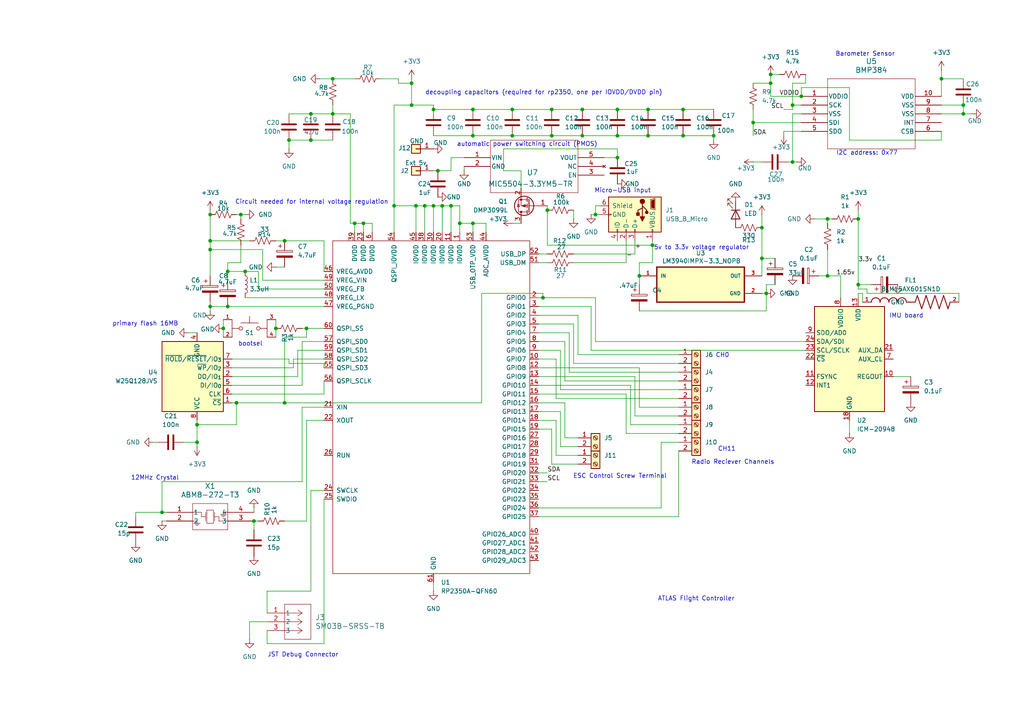
<source format=kicad_sch>
(kicad_sch (version 20250114) (generator "eeschema") (generator_version "9.0")
  (paper "A4")
  (lib_symbols
    (symbol "2026-01-15_19-57-48:ABM8-272-T3" (pin_names (offset 0.254))
      (property "Reference" "X" (at 12.7 7.62 0))
      (property "Value" "ABM8-272-T3" (at 12.7 5.08 0))
      (symbol "ABM8-272-T3_0_1"
        (pin unspecified line (at 0 0 0) (length 7.62) (name "1") (number "1"))
        (pin unspecified line (at 0 -2.54 0) (length 7.62) (name "2") (number "2"))
        (pin unspecified line (at 25.4 0 180) (length 7.62) (name "4") (number "4"))
        (pin unspecified line (at 25.4 -2.54 180) (length 7.62) (name "3") (number "3"))
      )
    )
    (symbol "2026-01-15_20-24-45:SM03B-SRSS-TB" (pin_names (offset 0.254))
      (property "Reference" "J" (at 8.89 6.35 0))
      (property "Value" "SM03B-SRSS-TB" (at 0 0 0))
      (symbol "SM03B-SRSS-TB_1_1"
        (pin unspecified line (at 0 0 0) (length 5.08) (name "1") (number "1"))
        (pin unspecified line (at 0 -2.54 0) (length 5.08) (name "2") (number "2"))
        (pin unspecified line (at 0 -5.08 0) (length 5.08) (name "3") (number "3"))
      )
      (symbol "SM03B-SRSS-TB_1_2"
        (pin unspecified line (at 0 0 0) (length 5.08) (name "1") (number "1"))
        (pin unspecified line (at 0 -2.54 0) (length 5.08) (name "2") (number "2"))
        (pin unspecified line (at 0 -5.08 0) (length 5.08) (name "3") (number "3"))
      )
    )
    (symbol "2026-01-21_20-29-49:MIC5504-3.3YM5-TR" (pin_names (offset 0.254))
      (property "Reference" "U" (at 20.32 10.16 0))
      (property "Value" "MIC5504-3.3YM5-TR" (at 20.32 7.62 0))
      (symbol "MIC5504-3.3YM5-TR_0_1"
        (pin input line (at 0 0 0) (length 7.62) (name "VIN") (number "1"))
        (pin power_in line (at 0 -2.54 0) (length 7.62) (name "GND") (number "2"))
        (pin output line (at 40.64 0 180) (length 7.62) (name "VOUT") (number "5"))
        (pin no_connect line (at 40.64 -2.54 180) (length 7.62) (name "NC") (number "4"))
        (pin input line (at 40.64 -5.08 180) (length 7.62) (name "EN") (number "3"))
      )
    )
    (symbol "2026-01-23_15-50-37:BMP384" (pin_names (offset 0.254))
      (property "Reference" "U" (at 20.32 10.16 0))
      (property "Value" "BMP384" (at 20.32 7.62 0))
      (symbol "BMP384_0_1"
        (pin power_in line (at 0 0 0) (length 7.62) (name "VDDIO") (number "1"))
        (pin input line (at 0 -2.54 0) (length 7.62) (name "SCK") (number "2"))
        (pin power_out line (at 0 -5.08 0) (length 7.62) (name "VSS") (number "3"))
        (pin bidirectional line (at 0 -7.62 0) (length 7.62) (name "SDI") (number "4"))
        (pin bidirectional line (at 0 -10.16 0) (length 7.62) (name "SDO") (number "5"))
        (pin power_in line (at 40.64 0 180) (length 7.62) (name "VDD") (number "10"))
        (pin power_out line (at 40.64 -2.54 180) (length 7.62) (name "VSS") (number "9"))
        (pin power_out line (at 40.64 -5.08 180) (length 7.62) (name "VSS") (number "8"))
        (pin output line (at 40.64 -7.62 180) (length 7.62) (name "INT") (number "7"))
        (pin input line (at 40.64 -10.16 180) (length 7.62) (name "CSB") (number "6"))
      )
    )
    (symbol "BLM15AX601SN1D:BLM15AX601SN1D" (pin_names (offset 1.016))
      (property "Reference" "FL" (at -12.7044 5.0815 0))
      (property "Value" "BLM15AX601SN1D" (at -12.71 -5.0866 0))
      (symbol "BLM15AX601SN1D_0_0"
        (pin passive line (at -15.24 0 0) (length 2.54) (name "~") (number "1"))
        (pin passive line (at 12.7 0 180) (length 2.54) (name "~") (number "2"))
      )
    )
    (symbol "Connector:Screw_Terminal_01x02" (pin_names (offset 1.016) (hide yes))
      (property "Reference" "J" (at 0 2.54 0))
      (property "Value" "Screw_Terminal_01x02" (at 0 -5.08 0))
      (symbol "Screw_Terminal_01x02_1_1"
        (pin passive line (at -5.08 0 0) (length 3.81) (name "Pin_1") (number "1"))
        (pin passive line (at -5.08 -2.54 0) (length 3.81) (name "Pin_2") (number "2"))
      )
    )
    (symbol "Connector:USB_B_Micro" (pin_names (offset 1.016))
      (property "Reference" "J" (at -5.08 11.43 0))
      (property "Value" "USB_B_Micro" (at -5.08 8.89 0))
      (symbol "USB_B_Micro_1_1"
        (pin passive line (at -2.54 -10.16 90) (length 2.54) (name "Shield") (number "6"))
        (pin power_out line (at 0 -10.16 90) (length 2.54) (name "GND") (number "5"))
        (pin power_out line (at 7.62 5.08 180) (length 2.54) (name "VBUS") (number "1"))
        (pin bidirectional line (at 7.62 0 180) (length 2.54) (name "D+") (number "3"))
        (pin bidirectional line (at 7.62 -2.54 180) (length 2.54) (name "D-") (number "2"))
        (pin passive line (at 7.62 -5.08 180) (length 2.54) (name "ID") (number "4"))
      )
    )
    (symbol "Connector_Generic:Conn_01x01" (pin_names (offset 1.016) (hide yes))
      (property "Reference" "J" (at 0 2.54 0))
      (property "Value" "Conn_01x01" (at 0 -2.54 0))
      (symbol "Conn_01x01_1_1"
        (pin passive line (at -5.08 0 0) (length 3.81) (name "Pin_1") (number "1"))
      )
    )
    (symbol "Device:C" (pin_numbers (hide yes)) (pin_names (offset 0.254))
      (property "Reference" "C" (at 0.635 2.54 0))
      (property "Value" "C" (at 0.635 -2.54 0))
      (symbol "C_1_1"
        (pin passive line (at 0 3.81 270) (length 2.794) (name "~") (number "1"))
        (pin passive line (at 0 -3.81 90) (length 2.794) (name "~") (number "2"))
      )
    )
    (symbol "Device:C_Polarized" (pin_numbers (hide yes)) (pin_names (offset 0.254))
      (property "Reference" "C" (at 0.635 2.54 0))
      (property "Value" "C_Polarized" (at 0.635 -2.54 0))
      (symbol "C_Polarized_1_1"
        (pin passive line (at 0 3.81 270) (length 2.794) (name "~") (number "1"))
        (pin passive line (at 0 -3.81 90) (length 2.794) (name "~") (number "2"))
      )
    )
    (symbol "Device:L" (pin_numbers (hide yes)) (pin_names (offset 1.016) (hide yes))
      (property "Reference" "L" (at -1.27 0 90))
      (property "Value" "L" (at 1.905 0 90))
      (symbol "L_1_1"
        (pin passive line (at 0 3.81 270) (length 1.27) (name "1") (number "1"))
        (pin passive line (at 0 -3.81 90) (length 1.27) (name "2") (number "2"))
      )
    )
    (symbol "Device:LED" (pin_numbers (hide yes)) (pin_names (offset 1.016) (hide yes))
      (property "Reference" "D" (at 0 2.54 0))
      (property "Value" "LED" (at 0 -2.54 0))
      (symbol "LED_1_1"
        (pin passive line (at -3.81 0 0) (length 2.54) (name "K") (number "1"))
        (pin passive line (at 3.81 0 180) (length 2.54) (name "A") (number "2"))
      )
    )
    (symbol "Device:R_US" (pin_numbers (hide yes)) (pin_names (offset 0))
      (property "Reference" "R" (at 2.54 0 90))
      (property "Value" "R_US" (at -2.54 0 90))
      (symbol "R_US_1_1"
        (pin passive line (at 0 3.81 270) (length 1.27) (name "~") (number "1"))
        (pin passive line (at 0 -3.81 90) (length 1.27) (name "~") (number "2"))
      )
    )
    (symbol "LM3940IMPX-3.3_NOPB:LM3940IMPX-3.3_NOPB" (pin_names (offset 1.016))
      (property "Reference" "U" (at -12.7 6.08 0))
      (property "Value" "LM3940IMPX-3.3_NOPB" (at -12.7 -9.08 0))
      (symbol "LM3940IMPX-3.3_NOPB_0_0"
        (pin input line (at -17.78 2.54 0) (length 5.08) (name "IN") (number "1"))
        (pin output line (at 17.78 2.54 180) (length 5.08) (name "OUT") (number "3"))
        (pin power_in line (at 17.78 -2.54 180) (length 5.08) (name "GND") (number "2"))
        (pin power_in line (at 17.78 -2.54 180) (length 5.08) (hide yes) (name "GND") (number "4"))
      )
    )
    (symbol "Memory_Flash:W25Q128JVS"
      (property "Reference" "U" (at -6.35 11.43 0))
      (property "Value" "W25Q128JVS" (at 7.62 11.43 0))
      (symbol "W25Q128JVS_1_1"
        (pin input line (at -10.16 7.62 0) (length 2.54) (name "~{CS}") (number "1"))
        (pin input line (at -10.16 5.08 0) (length 2.54) (name "CLK") (number "6"))
        (pin bidirectional line (at -10.16 2.54 0) (length 2.54) (name "DI/IO_{0}") (number "5"))
        (pin bidirectional line (at -10.16 0 0) (length 2.54) (name "DO/IO_{1}") (number "2"))
        (pin bidirectional line (at -10.16 -2.54 0) (length 2.54) (name "~{WP}/IO_{2}") (number "3"))
        (pin bidirectional line (at -10.16 -5.08 0) (length 2.54) (name "~{HOLD}/~{RESET}/IO_{3}") (number "7"))
        (pin power_in line (at 0 12.7 270) (length 2.54) (name "VCC") (number "8"))
        (pin power_in line (at 0 -12.7 90) (length 2.54) (name "GND") (number "4"))
      )
    )
    (symbol "Sensor_Motion:ICM-20948"
      (property "Reference" "U" (at -11.43 16.51 0))
      (property "Value" "ICM-20948" (at 7.62 -16.51 0))
      (symbol "ICM-20948_1_1"
        (pin bidirectional line (at -12.7 7.62 0) (length 2.54) (name "SDO/AD0") (number "9"))
        (pin bidirectional line (at -12.7 5.08 0) (length 2.54) (name "SDA/SDI") (number "24"))
        (pin input line (at -12.7 2.54 0) (length 2.54) (name "SCL/SCLK") (number "23"))
        (pin input line (at -12.7 0 0) (length 2.54) (name "~{CS}") (number "22"))
        (pin input line (at -12.7 -5.08 0) (length 2.54) (name "FSYNC") (number "11"))
        (pin output line (at -12.7 -7.62 0) (length 2.54) (name "INT1") (number "12"))
        (pin no_connect line (at -10.16 12.7 0) (length 2.54) (hide yes) (name "NC") (number "1"))
        (pin no_connect line (at -10.16 10.16 0) (length 2.54) (hide yes) (name "NC") (number "2"))
        (pin no_connect line (at -10.16 -2.54 0) (length 2.54) (hide yes) (name "NC") (number "3"))
        (pin no_connect line (at -10.16 -10.16 0) (length 2.54) (hide yes) (name "NC") (number "4"))
        (pin no_connect line (at -10.16 -12.7 0) (length 2.54) (hide yes) (name "NC") (number "5"))
        (pin power_in line (at -2.54 17.78 270) (length 2.54) (name "VDDIO") (number "8"))
        (pin power_in line (at 0 -17.78 90) (length 2.54) (name "GND") (number "18"))
        (pin passive line (at 0 -17.78 90) (length 2.54) (hide yes) (name "GND") (number "20"))
        (pin power_in line (at 2.54 17.78 270) (length 2.54) (name "VDD") (number "13"))
        (pin no_connect line (at 10.16 10.16 180) (length 2.54) (hide yes) (name "NC") (number "6"))
        (pin no_connect line (at 10.16 7.62 180) (length 2.54) (hide yes) (name "NC") (number "14"))
        (pin no_connect line (at 10.16 5.08 180) (length 2.54) (hide yes) (name "NC") (number "15"))
        (pin no_connect line (at 10.16 -7.62 180) (length 2.54) (hide yes) (name "NC") (number "16"))
        (pin no_connect line (at 10.16 -10.16 180) (length 2.54) (hide yes) (name "NC") (number "17"))
        (pin no_connect line (at 10.16 -12.7 180) (length 2.54) (hide yes) (name "RESV") (number "19"))
        (pin bidirectional line (at 12.7 2.54 180) (length 2.54) (name "AUX_DA") (number "21"))
        (pin output line (at 12.7 0 180) (length 2.54) (name "AUX_CL") (number "7"))
        (pin passive line (at 12.7 -5.08 180) (length 2.54) (name "REGOUT") (number "10"))
      )
    )
    (symbol "TL3365AF180QG:TL3365AF180QG" (pin_names (offset 1.016))
      (property "Reference" "S" (at -5.08 5.08 0))
      (property "Value" "TL3365AF180QG" (at -5.08 -5.08 0))
      (symbol "TL3365AF180QG_0_0"
        (pin passive line (at -7.62 2.54 0) (length 2.54) (name "~") (number "1"))
        (pin passive line (at -7.62 -2.54 0) (length 2.54) (name "~") (number "2"))
        (pin passive line (at 7.62 2.54 180) (length 2.54) (name "~") (number "3"))
        (pin passive line (at 7.62 -2.54 180) (length 2.54) (name "~") (number "4"))
      )
    )
    (symbol "Transistor_FET:DMP3099L" (pin_names (offset 0) (hide yes))
      (property "Reference" "Q" (at 5.08 1.905 0))
      (property "Value" "DMP3099L" (at 5.08 0 0))
      (symbol "DMP3099L_1_1"
        (pin input line (at -5.08 0 0) (length 2.54) (name "G") (number "1"))
        (pin passive line (at 2.54 5.08 270) (length 2.54) (name "D") (number "3"))
        (pin passive line (at 2.54 -5.08 90) (length 2.54) (name "S") (number "2"))
      )
    )
    (symbol "power:+3V3" (power) (pin_numbers (hide yes)) (pin_names (offset 0) (hide yes))
      (property "Value" "+3V3" (at 0 3.556 0))
      (symbol "+3V3_1_1"
        (pin power_in line (at 0 0 90) (length 0) (name "~") (number "1"))
      )
    )
    (symbol "power:GND" (power) (pin_numbers (hide yes)) (pin_names (offset 0) (hide yes))
      (property "Value" "GND" (at 0 -3.81 0))
      (symbol "GND_1_1"
        (pin power_in line (at 0 0 270) (length 0) (name "~") (number "1"))
      )
    )
    (symbol "rp2350a-qfn60:RP2350A-QFN60" (pin_names (offset 1.016))
      (property "Reference" "U" (at 0 -1.27 0))
      (property "Value" "RP2350A-QFN60" (at 0 1.27 0))
      (symbol "RP2350A-QFN60_1_0"
        (pin passive line (at 0 -54.61 90) (length 2.54) (name "GND") (number "61"))
      )
      (symbol "RP2350A-QFN60_1_1"
        (pin power_in line (at -31.75 35.56 0) (length 2.54) (name "VREG_AVDD") (number "46"))
        (pin power_in line (at -31.75 33.02 0) (length 2.54) (name "VREG_VIN") (number "49"))
        (pin power_in line (at -31.75 30.48 0) (length 2.54) (name "VREG_FB") (number "50"))
        (pin power_out line (at -31.75 27.94 0) (length 2.54) (name "VREG_LX") (number "48"))
        (pin input line (at -31.75 25.4 0) (length 2.54) (name "VREG_PGND") (number "47"))
        (pin bidirectional line (at -31.75 19.05 0) (length 2.54) (name "QSPI_SS") (number "60"))
        (pin bidirectional line (at -31.75 15.24 0) (length 2.54) (name "QSPI_SD0") (number "57"))
        (pin bidirectional line (at -31.75 12.7 0) (length 2.54) (name "QSPI_SD1") (number "59"))
        (pin bidirectional line (at -31.75 10.16 0) (length 2.54) (name "QSPI_SD2") (number "58"))
        (pin bidirectional line (at -31.75 7.62 0) (length 2.54) (name "QSPI_SD3") (number "55"))
        (pin bidirectional line (at -31.75 3.81 0) (length 2.54) (name "QSPI_SCLK") (number "56"))
        (pin input line (at -31.75 -3.81 0) (length 2.54) (name "XIN") (number "21"))
        (pin output line (at -31.75 -7.62 0) (length 2.54) (name "XOUT") (number "22"))
        (pin input line (at -31.75 -17.78 0) (length 2.54) (name "RUN") (number "26"))
        (pin input line (at -31.75 -27.94 0) (length 2.54) (name "SWCLK") (number "24"))
        (pin bidirectional line (at -31.75 -30.48 0) (length 2.54) (name "SWDIO") (number "25"))
        (pin power_in line (at -22.86 46.99 270) (length 2.54) (name "DVDD") (number "39"))
        (pin power_in line (at -20.32 46.99 270) (length 2.54) (name "DVDD") (number "23"))
        (pin power_in line (at -17.78 46.99 270) (length 2.54) (name "DVDD") (number "6"))
        (pin power_in line (at -11.43 46.99 270) (length 2.54) (name "QSPI_IOVDD") (number "54"))
        (pin power_in line (at -5.08 46.99 270) (length 2.54) (name "IOVDD") (number "45"))
        (pin power_in line (at -2.54 46.99 270) (length 2.54) (name "IOVDD") (number "38"))
        (pin power_in line (at 0 46.99 270) (length 2.54) (name "IOVDD") (number "30"))
        (pin power_in line (at 2.54 46.99 270) (length 2.54) (name "IOVDD") (number "20"))
        (pin power_in line (at 5.08 46.99 270) (length 2.54) (name "IOVDD") (number "11"))
        (pin power_in line (at 7.62 46.99 270) (length 2.54) (name "IOVDD") (number "1"))
        (pin power_in line (at 11.43 46.99 270) (length 2.54) (name "USB_OTP_VDD") (number "53"))
        (pin power_in line (at 15.24 46.99 270) (length 2.54) (name "ADC_AVDD") (number "44"))
        (pin bidirectional line (at 30.48 40.64 180) (length 2.54) (name "USB_DP") (number "52"))
        (pin bidirectional line (at 30.48 38.1 180) (length 2.54) (name "USB_DM") (number "51"))
        (pin bidirectional line (at 30.48 27.94 180) (length 2.54) (name "GPIO0") (number "2"))
        (pin bidirectional line (at 30.48 25.4 180) (length 2.54) (name "GPIO1") (number "3"))
        (pin bidirectional line (at 30.48 22.86 180) (length 2.54) (name "GPIO2") (number "4"))
        (pin bidirectional line (at 30.48 20.32 180) (length 2.54) (name "GPIO3") (number "5"))
        (pin bidirectional line (at 30.48 17.78 180) (length 2.54) (name "GPIO4") (number "7"))
        (pin bidirectional line (at 30.48 15.24 180) (length 2.54) (name "GPIO5") (number "8"))
        (pin bidirectional line (at 30.48 12.7 180) (length 2.54) (name "GPIO6") (number "9"))
        (pin bidirectional line (at 30.48 10.16 180) (length 2.54) (name "GPIO7") (number "10"))
        (pin bidirectional line (at 30.48 7.62 180) (length 2.54) (name "GPIO8") (number "12"))
        (pin bidirectional line (at 30.48 5.08 180) (length 2.54) (name "GPIO9") (number "13"))
        (pin bidirectional line (at 30.48 2.54 180) (length 2.54) (name "GPIO10") (number "14"))
        (pin bidirectional line (at 30.48 0 180) (length 2.54) (name "GPIO11") (number "15"))
        (pin bidirectional line (at 30.48 -2.54 180) (length 2.54) (name "GPIO12") (number "16"))
        (pin bidirectional line (at 30.48 -5.08 180) (length 2.54) (name "GPIO13") (number "17"))
        (pin bidirectional line (at 30.48 -7.62 180) (length 2.54) (name "GPIO14") (number "18"))
        (pin bidirectional line (at 30.48 -10.16 180) (length 2.54) (name "GPIO15") (number "19"))
        (pin bidirectional line (at 30.48 -12.7 180) (length 2.54) (name "GPIO16") (number "27"))
        (pin bidirectional line (at 30.48 -15.24 180) (length 2.54) (name "GPIO17") (number "28"))
        (pin bidirectional line (at 30.48 -17.78 180) (length 2.54) (name "GPIO18") (number "29"))
        (pin bidirectional line (at 30.48 -20.32 180) (length 2.54) (name "GPIO19") (number "31"))
        (pin bidirectional line (at 30.48 -22.86 180) (length 2.54) (name "GPIO20") (number "32"))
        (pin bidirectional line (at 30.48 -25.4 180) (length 2.54) (name "GPIO21") (number "33"))
        (pin bidirectional line (at 30.48 -27.94 180) (length 2.54) (name "GPIO22") (number "34"))
        (pin bidirectional line (at 30.48 -30.48 180) (length 2.54) (name "GPIO23") (number "35"))
        (pin bidirectional line (at 30.48 -33.02 180) (length 2.54) (name "GPIO24") (number "36"))
        (pin bidirectional line (at 30.48 -35.56 180) (length 2.54) (name "GPIO25") (number "37"))
        (pin bidirectional line (at 30.48 -40.64 180) (length 2.54) (name "GPIO26_ADC0") (number "40"))
        (pin bidirectional line (at 30.48 -43.18 180) (length 2.54) (name "GPIO27_ADC1") (number "41"))
        (pin bidirectional line (at 30.48 -45.72 180) (length 2.54) (name "GPIO28_ADC2") (number "42"))
        (pin bidirectional line (at 30.48 -48.26 180) (length 2.54) (name "GPIO29_ADC3") (number "43"))
      )
    )
  )
  (text "5v to 3.3v voltage regulator" (at 203.454 71.882 0) (effects (font (size 1.27 1.27))))
  (text "ESC Control Screw Terminal" (at 179.832 138.176 0) (effects (font (size 1.27 1.27))))
  (text "CH0" (at 209.55 103.124 0) (effects (font (size 1.27 1.27))))
  (text "I2C address: 0x77" (at 251.46 44.45 0) (effects (font (size 1.27 1.27))))
  (text "JST Debug Connector" (at 87.884 189.992 0) (effects (font (size 1.27 1.27))))
  (text "Barometer Sensor" (at 250.952 15.748 0) (effects (font (size 1.27 1.27))))
  (text "primary flash 16MB" (at 42.164 93.98 0) (effects (font (size 1.27 1.27))))
  (text "12MHz Crystal" (at 44.958 138.684 0) (effects (font (size 1.27 1.27))))
  (text "automatic power switching circuit (PMOS)" (at 152.908 41.91 0) (effects (font (size 1.27 1.27))))
  (text "Micro-USB input" (at 180.594 55.372 0) (effects (font (size 1.27 1.27))))
  (text "IMU board" (at 262.89 91.694 0) (effects (font (size 1.27 1.27))))
  (text "CH11" (at 210.82 130.302 0) (effects (font (size 1.27 1.27))))
  (text "decoupling capacitors (required for rp2350, one per IOVDD/DVDD pin)" (at 157.734 26.924 0) (effects (font (size 1.27 1.27))))
  (text "Circuit needed for internal voltage regulation" (at 90.424 58.674 0) (effects (font (size 1.27 1.27))))
  (text "bootsel" (at 72.644 99.822 0) (effects (font (size 1.27 1.27))))
  (text "Radio Reciever Channels" (at 212.598 134.112 0) (effects (font (size 1.27 1.27))))
  (text "ATLAS Flight Controller" (at 201.93 173.736 0) (effects (font (size 1.27 1.27))))
  (junction (at 223.52 21.59))
  (junction (at 220.98 74.93))
  (junction (at 279.4 33.02))
  (junction (at 189.23 71.12))
  (junction (at 137.16 39.37))
  (junction (at 64.77 95.25))
  (junction (at 148.59 31.75))
  (junction (at 73.66 151.13))
  (junction (at 222.25 85.09))
  (junction (at 187.96 39.37))
  (junction (at 179.07 45.72))
  (junction (at 127 49.53))
  (junction (at 71.12 78.74))
  (junction (at 57.15 128.27))
  (junction (at 130.81 59.69))
  (junction (at 66.04 78.74))
  (junction (at 82.55 116.84))
  (junction (at 119.38 24.13))
  (junction (at 80.01 95.25))
  (junction (at 114.3 59.69))
  (junction (at 220.98 66.04))
  (junction (at 66.04 88.9))
  (junction (at 179.07 31.75))
  (junction (at 279.4 30.48))
  (junction (at 172.72 62.23))
  (junction (at 137.16 31.75))
  (junction (at 158.75 60.96))
  (junction (at 198.12 31.75))
  (junction (at 60.96 88.9))
  (junction (at 248.92 82.55))
  (junction (at 223.52 24.13))
  (junction (at 60.96 69.85))
  (junction (at 179.07 39.37))
  (junction (at 96.52 22.86))
  (junction (at 240.03 80.01))
  (junction (at 105.41 64.77))
  (junction (at 229.87 30.48))
  (junction (at 123.19 59.69))
  (junction (at 229.87 46.99))
  (junction (at 96.52 33.02))
  (junction (at 273.05 22.86))
  (junction (at 125.73 31.75))
  (junction (at 90.17 33.02))
  (junction (at 68.58 116.84))
  (junction (at 125.73 59.69))
  (junction (at 69.85 62.23))
  (junction (at 102.87 64.77))
  (junction (at 218.44 35.56))
  (junction (at 60.96 62.23))
  (junction (at 157.48 86.36))
  (junction (at 119.38 30.48))
  (junction (at 248.92 63.5))
  (junction (at 207.01 39.37))
  (junction (at 187.96 31.75))
  (junction (at 137.16 64.77))
  (junction (at 133.35 64.77))
  (junction (at 120.65 59.69))
  (junction (at 128.27 59.69))
  (junction (at 88.9 95.25))
  (junction (at 83.82 40.64))
  (junction (at 148.59 39.37))
  (junction (at 198.12 39.37))
  (junction (at 90.17 40.64))
  (junction (at 60.96 72.39))
  (junction (at 240.03 63.5))
  (junction (at 160.02 31.75))
  (junction (at 160.02 39.37))
  (junction (at 168.91 31.75))
  (junction (at 232.41 27.94))
  (junction (at 46.99 148.59))
  (junction (at 82.55 69.85))
  (junction (at 57.15 123.19))
  (junction (at 185.42 80.01))
  (junction (at 168.91 39.37))
  (wire (pts (xy 198.12 39.37) (xy 207.01 39.37)))
  (wire (pts (xy 140.97 64.77) (xy 137.16 64.77)))
  (wire (pts (xy 137.16 67.31) (xy 137.16 64.77)))
  (wire (pts (xy 191.77 147.32) (xy 191.77 128.27)))
  (wire (pts (xy 173.99 59.69) (xy 172.72 59.69)))
  (wire (pts (xy 246.38 25.4) (xy 232.41 25.4)))
  (wire (pts (xy 57.15 123.19) (xy 68.58 123.19)))
  (wire (pts (xy 162.56 119.38) (xy 162.56 129.54)))
  (wire (pts (xy 165.1 107.95) (xy 196.85 107.95)))
  (wire (pts (xy 156.21 111.76) (xy 182.88 111.76)))
  (wire (pts (xy 123.19 67.31) (xy 123.19 59.69)))
  (wire (pts (xy 54.61 96.52) (xy 57.15 96.52)))
  (wire (pts (xy 223.52 21.59) (xy 226.06 21.59)))
  (wire (pts (xy 251.46 85.09) (xy 251.46 83.82)))
  (wire (pts (xy 120.65 59.69) (xy 114.3 59.69)))
  (wire (pts (xy 83.82 33.02) (xy 90.17 33.02)))
  (wire (pts (xy 240.03 63.5) (xy 240.03 64.77)))
  (wire (pts (xy 114.3 30.48) (xy 119.38 30.48)))
  (wire (pts (xy 83.82 105.41) (xy 93.98 105.41)))
  (wire (pts (xy 151.13 49.53) (xy 151.13 54.61)))
  (wire (pts (xy 157.48 86.36) (xy 156.21 86.36)))
  (wire (pts (xy 281.94 33.02) (xy 279.4 33.02)))
  (wire (pts (xy 166.37 93.98) (xy 166.37 105.41)))
  (wire (pts (xy 196.85 149.86) (xy 196.85 130.81)))
  (wire (pts (xy 128.27 67.31) (xy 128.27 59.69)))
  (wire (pts (xy 273.05 20.32) (xy 273.05 22.86)))
  (wire (pts (xy 83.82 40.64) (xy 90.17 40.64)))
  (wire (pts (xy 127 49.53) (xy 130.81 49.53)))
  (wire (pts (xy 88.9 121.92) (xy 88.9 151.13)))
  (wire (pts (xy 232.41 30.48) (xy 229.87 30.48)))
  (wire (pts (xy 66.04 88.9) (xy 60.96 88.9)))
  (wire (pts (xy 156.21 137.16) (xy 158.75 137.16)))
  (wire (pts (xy 189.23 71.12) (xy 189.23 76.2)))
  (wire (pts (xy 273.05 30.48) (xy 279.4 30.48)))
  (wire (pts (xy 185.42 90.17) (xy 222.25 90.17)))
  (wire (pts (xy 66.04 76.2) (xy 66.04 78.74)))
  (wire (pts (xy 60.96 72.39) (xy 60.96 80.01)))
  (wire (pts (xy 73.66 147.32) (xy 73.66 148.59)))
  (wire (pts (xy 161.29 132.08) (xy 161.29 121.92)))
  (wire (pts (xy 86.36 101.6) (xy 93.98 101.6)))
  (wire (pts (xy 273.05 38.1) (xy 273.05 40.64)))
  (wire (pts (xy 185.42 80.01) (xy 185.42 82.55)))
  (wire (pts (xy 182.88 123.19) (xy 196.85 123.19)))
  (wire (pts (xy 87.63 118.11) (xy 93.98 118.11)))
  (wire (pts (xy 90.17 171.45) (xy 77.47 171.45)))
  (wire (pts (xy 156.21 114.3) (xy 181.61 114.3)))
  (wire (pts (xy 162.56 101.6) (xy 156.21 101.6)))
  (wire (pts (xy 93.98 114.3) (xy 93.98 110.49)))
  (wire (pts (xy 229.87 46.99) (xy 231.14 46.99)))
  (wire (pts (xy 87.63 99.06) (xy 93.98 99.06)))
  (wire (pts (xy 110.49 22.86) (xy 115.57 22.86)))
  (wire (pts (xy 93.98 144.78) (xy 93.98 186.69)))
  (wire (pts (xy 278.13 87.63) (xy 278.13 85.09)))
  (wire (pts (xy 182.88 111.76) (xy 182.88 123.19)))
  (wire (pts (xy 139.7 85.09) (xy 157.48 85.09)))
  (wire (pts (xy 68.58 116.84) (xy 82.55 116.84)))
  (wire (pts (xy 67.31 104.14) (xy 83.82 104.14)))
  (wire (pts (xy 76.2 72.39) (xy 60.96 72.39)))
  (wire (pts (xy 80.01 95.25) (xy 80.01 97.79)))
  (wire (pts (xy 250.19 85.09) (xy 250.19 87.63)))
  (wire (pts (xy 233.68 24.13) (xy 233.68 21.59)))
  (wire (pts (xy 146.05 49.53) (xy 151.13 49.53)))
  (wire (pts (xy 189.23 76.2) (xy 185.42 76.2)))
  (wire (pts (xy 125.73 31.75) (xy 137.16 31.75)))
  (wire (pts (xy 114.3 59.69) (xy 114.3 30.48)))
  (wire (pts (xy 82.55 97.79) (xy 88.9 97.79)))
  (wire (pts (xy 72.39 185.42) (xy 72.39 180.34)))
  (wire (pts (xy 167.64 91.44) (xy 156.21 91.44)))
  (wire (pts (xy 67.31 106.68) (xy 85.09 106.68)))
  (wire (pts (xy 92.71 22.86) (xy 96.52 22.86)))
  (wire (pts (xy 227.33 38.1) (xy 232.41 38.1)))
  (wire (pts (xy 137.16 39.37) (xy 148.59 39.37)))
  (wire (pts (xy 125.73 67.31) (xy 125.73 59.69)))
  (wire (pts (xy 125.73 39.37) (xy 137.16 39.37)))
  (wire (pts (xy 93.98 105.41) (xy 93.98 106.68)))
  (wire (pts (xy 273.05 33.02) (xy 279.4 33.02)))
  (wire (pts (xy 101.6 64.77) (xy 101.6 33.02)))
  (wire (pts (xy 60.96 87.63) (xy 60.96 88.9)))
  (wire (pts (xy 223.52 27.94) (xy 232.41 27.94)))
  (wire (pts (xy 156.21 147.32) (xy 191.77 147.32)))
  (wire (pts (xy 119.38 22.86) (xy 119.38 24.13)))
  (wire (pts (xy 85.09 106.68) (xy 85.09 104.14)))
  (wire (pts (xy 165.1 96.52) (xy 165.1 107.95)))
  (wire (pts (xy 80.01 77.47) (xy 82.55 77.47)))
  (wire (pts (xy 156.21 139.7) (xy 158.75 139.7)))
  (wire (pts (xy 220.98 74.93) (xy 220.98 80.01)))
  (wire (pts (xy 171.45 62.23) (xy 172.72 62.23)))
  (wire (pts (xy 181.61 114.3) (xy 181.61 125.73)))
  (wire (pts (xy 248.92 60.96) (xy 248.92 63.5)))
  (wire (pts (xy 102.87 67.31) (xy 102.87 64.77)))
  (wire (pts (xy 57.15 128.27) (xy 57.15 129.54)))
  (wire (pts (xy 198.12 31.75) (xy 207.01 31.75)))
  (wire (pts (xy 273.05 22.86) (xy 273.05 27.94)))
  (wire (pts (xy 175.26 45.72) (xy 179.07 45.72)))
  (wire (pts (xy 248.92 83.82) (xy 248.92 82.55)))
  (wire (pts (xy 60.96 62.23) (xy 60.96 69.85)))
  (wire (pts (xy 156.21 149.86) (xy 196.85 149.86)))
  (wire (pts (xy 105.41 67.31) (xy 105.41 64.77)))
  (wire (pts (xy 115.57 24.13) (xy 119.38 24.13)))
  (wire (pts (xy 88.9 95.25) (xy 93.98 95.25)))
  (wire (pts (xy 161.29 104.14) (xy 161.29 115.57)))
  (wire (pts (xy 248.92 85.09) (xy 248.92 86.36)))
  (wire (pts (xy 232.41 33.02) (xy 229.87 33.02)))
  (wire (pts (xy 156.21 73.66) (xy 158.75 73.66)))
  (wire (pts (xy 179.07 31.75) (xy 187.96 31.75)))
  (wire (pts (xy 168.91 39.37) (xy 179.07 39.37)))
  (wire (pts (xy 67.31 116.84) (xy 68.58 116.84)))
  (wire (pts (xy 161.29 121.92) (xy 156.21 121.92)))
  (wire (pts (xy 80.01 69.85) (xy 82.55 69.85)))
  (wire (pts (xy 107.95 64.77) (xy 105.41 64.77)))
  (wire (pts (xy 148.59 39.37) (xy 160.02 39.37)))
  (wire (pts (xy 93.98 186.69) (xy 77.47 186.69)))
  (wire (pts (xy 80.01 92.71) (xy 80.01 95.25)))
  (wire (pts (xy 137.16 64.77) (xy 133.35 64.77)))
  (wire (pts (xy 279.4 33.02) (xy 279.4 30.48)))
  (wire (pts (xy 64.77 92.71) (xy 64.77 95.25)))
  (wire (pts (xy 39.37 148.59) (xy 39.37 149.86)))
  (wire (pts (xy 163.83 127) (xy 167.64 127)))
  (wire (pts (xy 224.79 82.55) (xy 222.25 82.55)))
  (wire (pts (xy 69.85 62.23) (xy 69.85 63.5)))
  (wire (pts (xy 156.21 76.2) (xy 158.75 76.2)))
  (wire (pts (xy 189.23 69.85) (xy 189.23 71.12)))
  (wire (pts (xy 93.98 142.24) (xy 90.17 142.24)))
  (wire (pts (xy 172.72 62.23) (xy 173.99 62.23)))
  (wire (pts (xy 82.55 116.84) (xy 82.55 97.79)))
  (wire (pts (xy 248.92 82.55) (xy 252.73 82.55)))
  (wire (pts (xy 278.13 85.09) (xy 251.46 85.09)))
  (wire (pts (xy 163.83 110.49) (xy 196.85 110.49)))
  (wire (pts (xy 46.99 148.59) (xy 39.37 148.59)))
  (wire (pts (xy 134.62 49.53) (xy 134.62 48.26)))
  (wire (pts (xy 68.58 123.19) (xy 68.58 116.84)))
  (wire (pts (xy 236.22 63.5) (xy 240.03 63.5)))
  (wire (pts (xy 162.56 101.6) (xy 162.56 113.03)))
  (wire (pts (xy 133.35 64.77) (xy 133.35 59.69)))
  (wire (pts (xy 156.21 109.22) (xy 184.15 109.22)))
  (wire (pts (xy 46.99 151.13) (xy 48.26 151.13)))
  (wire (pts (xy 76.2 81.28) (xy 76.2 72.39)))
  (wire (pts (xy 240.03 63.5) (xy 241.3 63.5)))
  (wire (pts (xy 158.75 59.69) (xy 158.75 60.96)))
  (wire (pts (xy 93.98 88.9) (xy 66.04 88.9)))
  (wire (pts (xy 77.47 171.45) (xy 77.47 177.8)))
  (wire (pts (xy 181.61 125.73) (xy 196.85 125.73)))
  (wire (pts (xy 114.3 67.31) (xy 114.3 59.69)))
  (wire (pts (xy 125.73 59.69) (xy 123.19 59.69)))
  (wire (pts (xy 85.09 104.14) (xy 93.98 104.14)))
  (wire (pts (xy 246.38 40.64) (xy 246.38 25.4)))
  (wire (pts (xy 137.16 31.75) (xy 148.59 31.75)))
  (wire (pts (xy 86.36 109.22) (xy 86.36 101.6)))
  (wire (pts (xy 160.02 31.75) (xy 168.91 31.75)))
  (wire (pts (xy 74.93 78.74) (xy 74.93 83.82)))
  (wire (pts (xy 250.19 85.09) (xy 248.92 85.09)))
  (wire (pts (xy 179.07 39.37) (xy 187.96 39.37)))
  (wire (pts (xy 83.82 104.14) (xy 83.82 105.41)))
  (wire (pts (xy 69.85 62.23) (xy 71.12 62.23)))
  (wire (pts (xy 187.96 39.37) (xy 198.12 39.37)))
  (wire (pts (xy 218.44 24.13) (xy 223.52 24.13)))
  (wire (pts (xy 67.31 111.76) (xy 87.63 111.76)))
  (wire (pts (xy 160.02 124.46) (xy 160.02 134.62)))
  (wire (pts (xy 156.21 116.84) (xy 163.83 116.84)))
  (wire (pts (xy 101.6 64.77) (xy 102.87 64.77)))
  (wire (pts (xy 191.77 128.27) (xy 196.85 128.27)))
  (wire (pts (xy 74.93 83.82) (xy 93.98 83.82)))
  (wire (pts (xy 119.38 24.13) (xy 119.38 30.48)))
  (wire (pts (xy 88.9 97.79) (xy 88.9 95.25)))
  (wire (pts (xy 240.03 72.39) (xy 240.03 80.01)))
  (wire (pts (xy 184.15 69.85) (xy 184.15 73.66)))
  (wire (pts (xy 223.52 21.59) (xy 223.52 24.13)))
  (wire (pts (xy 158.75 60.96) (xy 158.75 71.12)))
  (wire (pts (xy 133.35 67.31) (xy 133.35 64.77)))
  (wire (pts (xy 66.04 78.74) (xy 71.12 78.74)))
  (wire (pts (xy 187.96 31.75) (xy 198.12 31.75)))
  (wire (pts (xy 60.96 88.9) (xy 60.96 90.17)))
  (wire (pts (xy 240.03 80.01) (xy 243.84 80.01)))
  (wire (pts (xy 207.01 39.37) (xy 207.01 40.64)))
  (wire (pts (xy 220.98 62.23) (xy 220.98 66.04)))
  (wire (pts (xy 259.08 109.22) (xy 264.16 109.22)))
  (wire (pts (xy 220.98 74.93) (xy 224.79 74.93)))
  (wire (pts (xy 237.49 80.01) (xy 240.03 80.01)))
  (wire (pts (xy 157.48 85.09) (xy 157.48 86.36)))
  (wire (pts (xy 60.96 60.96) (xy 60.96 62.23)))
  (wire (pts (xy 167.64 132.08) (xy 161.29 132.08)))
  (wire (pts (xy 156.21 106.68) (xy 185.42 106.68)))
  (wire (pts (xy 273.05 22.86) (xy 279.4 22.86)))
  (wire (pts (xy 130.81 45.72) (xy 134.62 45.72)))
  (wire (pts (xy 166.37 76.2) (xy 181.61 76.2)))
  (wire (pts (xy 273.05 40.64) (xy 246.38 40.64)))
  (wire (pts (xy 222.25 82.55) (xy 222.25 85.09)))
  (wire (pts (xy 140.97 67.31) (xy 140.97 64.77)))
  (wire (pts (xy 163.83 116.84) (xy 163.83 127)))
  (wire (pts (xy 57.15 121.92) (xy 57.15 123.19)))
  (wire (pts (xy 139.7 116.84) (xy 139.7 85.09)))
  (wire (pts (xy 125.73 168.91) (xy 125.73 171.45)))
  (wire (pts (xy 185.42 106.68) (xy 185.42 118.11)))
  (wire (pts (xy 82.55 116.84) (xy 139.7 116.84)))
  (wire (pts (xy 60.96 69.85) (xy 60.96 72.39)))
  (wire (pts (xy 128.27 59.69) (xy 125.73 59.69)))
  (wire (pts (xy 172.72 86.36) (xy 157.48 86.36)))
  (wire (pts (xy 46.99 139.7) (xy 46.99 148.59)))
  (wire (pts (xy 57.15 123.19) (xy 57.15 128.27)))
  (wire (pts (xy 181.61 69.85) (xy 181.61 76.2)))
  (wire (pts (xy 130.81 67.31) (xy 130.81 59.69)))
  (wire (pts (xy 166.37 60.96) (xy 166.37 63.5)))
  (wire (pts (xy 115.57 22.86) (xy 115.57 24.13)))
  (wire (pts (xy 148.59 64.77) (xy 151.13 64.77)))
  (wire (pts (xy 156.21 104.14) (xy 161.29 104.14)))
  (wire (pts (xy 158.75 71.12) (xy 189.23 71.12)))
  (wire (pts (xy 130.81 59.69) (xy 128.27 59.69)))
  (wire (pts (xy 185.42 118.11) (xy 196.85 118.11)))
  (wire (pts (xy 167.64 91.44) (xy 167.64 102.87)))
  (wire (pts (xy 64.77 95.25) (xy 64.77 97.79)))
  (wire (pts (xy 125.73 30.48) (xy 125.73 31.75)))
  (wire (pts (xy 148.59 31.75) (xy 160.02 31.75)))
  (wire (pts (xy 73.66 151.13) (xy 73.66 153.67)))
  (wire (pts (xy 166.37 73.66) (xy 184.15 73.66)))
  (wire (pts (xy 90.17 142.24) (xy 90.17 171.45)))
  (wire (pts (xy 163.83 99.06) (xy 163.83 110.49)))
  (wire (pts (xy 233.68 99.06) (xy 172.72 99.06)))
  (wire (pts (xy 93.98 78.74) (xy 93.98 69.85)))
  (wire (pts (xy 160.02 39.37) (xy 168.91 39.37)))
  (wire (pts (xy 44.45 128.27) (xy 45.72 128.27)))
  (wire (pts (xy 107.95 67.31) (xy 107.95 64.77)))
  (wire (pts (xy 73.66 151.13) (xy 74.93 151.13)))
  (wire (pts (xy 146.05 43.18) (xy 179.07 43.18)))
  (wire (pts (xy 227.33 39.37) (xy 227.33 38.1)))
  (wire (pts (xy 96.52 30.48) (xy 96.52 33.02)))
  (wire (pts (xy 251.46 83.82) (xy 248.92 83.82)))
  (wire (pts (xy 179.07 43.18) (xy 179.07 45.72)))
  (wire (pts (xy 156.21 96.52) (xy 165.1 96.52)))
  (wire (pts (xy 87.63 95.25) (xy 88.9 95.25)))
  (wire (pts (xy 227.33 31.75) (xy 229.87 31.75)))
  (wire (pts (xy 46.99 139.7) (xy 87.63 139.7)))
  (wire (pts (xy 156.21 88.9) (xy 171.45 88.9)))
  (wire (pts (xy 101.6 33.02) (xy 96.52 33.02)))
  (wire (pts (xy 125.73 49.53) (xy 127 49.53)))
  (wire (pts (xy 218.44 35.56) (xy 232.41 35.56)))
  (wire (pts (xy 88.9 151.13) (xy 82.55 151.13)))
  (wire (pts (xy 218.44 31.75) (xy 218.44 35.56)))
  (wire (pts (xy 90.17 40.64) (xy 96.52 40.64)))
  (wire (pts (xy 133.35 59.69) (xy 130.81 59.69)))
  (wire (pts (xy 229.87 30.48) (xy 229.87 24.13)))
  (wire (pts (xy 220.98 85.09) (xy 222.25 85.09)))
  (wire (pts (xy 120.65 67.31) (xy 120.65 59.69)))
  (wire (pts (xy 246.38 121.92) (xy 246.38 125.73)))
  (wire (pts (xy 229.87 31.75) (xy 229.87 30.48)))
  (wire (pts (xy 93.98 81.28) (xy 76.2 81.28)))
  (wire (pts (xy 83.82 40.64) (xy 83.82 43.18)))
  (wire (pts (xy 69.85 76.2) (xy 66.04 76.2)))
  (wire (pts (xy 90.17 33.02) (xy 96.52 33.02)))
  (wire (pts (xy 167.64 102.87) (xy 196.85 102.87)))
  (wire (pts (xy 67.31 109.22) (xy 86.36 109.22)))
  (wire (pts (xy 243.84 80.01) (xy 243.84 86.36)))
  (wire (pts (xy 162.56 113.03) (xy 196.85 113.03)))
  (wire (pts (xy 172.72 59.69) (xy 172.72 62.23)))
  (wire (pts (xy 93.98 121.92) (xy 88.9 121.92)))
  (wire (pts (xy 156.21 124.46) (xy 160.02 124.46)))
  (wire (pts (xy 105.41 64.77) (xy 102.87 64.77)))
  (wire (pts (xy 69.85 71.12) (xy 69.85 76.2)))
  (wire (pts (xy 163.83 99.06) (xy 156.21 99.06)))
  (wire (pts (xy 218.44 35.56) (xy 218.44 39.37)))
  (wire (pts (xy 223.52 24.13) (xy 223.52 27.94)))
  (wire (pts (xy 71.12 78.74) (xy 74.93 78.74)))
  (wire (pts (xy 87.63 111.76) (xy 87.63 99.06)))
  (wire (pts (xy 166.37 93.98) (xy 156.21 93.98)))
  (wire (pts (xy 220.98 66.04) (xy 220.98 74.93)))
  (wire (pts (xy 48.26 148.59) (xy 46.99 148.59)))
  (wire (pts (xy 222.25 90.17) (xy 222.25 85.09)))
  (wire (pts (xy 184.15 120.65) (xy 196.85 120.65)))
  (wire (pts (xy 53.34 128.27) (xy 57.15 128.27)))
  (wire (pts (xy 66.04 81.28) (xy 66.04 78.74)))
  (wire (pts (xy 146.05 49.53) (xy 146.05 43.18)))
  (wire (pts (xy 72.39 180.34) (xy 77.47 180.34)))
  (wire (pts (xy 232.41 25.4) (xy 232.41 27.94)))
  (wire (pts (xy 67.31 114.3) (xy 93.98 114.3)))
  (wire (pts (xy 71.12 86.36) (xy 93.98 86.36)))
  (wire (pts (xy 123.19 59.69) (xy 120.65 59.69)))
  (wire (pts (xy 77.47 186.69) (xy 77.47 182.88)))
  (wire (pts (xy 161.29 115.57) (xy 196.85 115.57)))
  (wire (pts (xy 119.38 30.48) (xy 125.73 30.48)))
  (wire (pts (xy 218.44 46.99) (xy 220.98 46.99)))
  (wire (pts (xy 87.63 139.7) (xy 87.63 118.11)))
  (wire (pts (xy 228.6 46.99) (xy 229.87 46.99)))
  (wire (pts (xy 184.15 109.22) (xy 184.15 120.65)))
  (wire (pts (xy 156.21 119.38) (xy 162.56 119.38)))
  (wire (pts (xy 162.56 129.54) (xy 167.64 129.54)))
  (wire (pts (xy 248.92 63.5) (xy 248.92 82.55)))
  (wire (pts (xy 93.98 69.85) (xy 82.55 69.85)))
  (wire (pts (xy 68.58 62.23) (xy 69.85 62.23)))
  (wire (pts (xy 229.87 33.02) (xy 229.87 46.99)))
  (wire (pts (xy 130.81 49.53) (xy 130.81 45.72)))
  (wire (pts (xy 229.87 24.13) (xy 233.68 24.13)))
  (wire (pts (xy 96.52 22.86) (xy 102.87 22.86)))
  (wire (pts (xy 160.02 134.62) (xy 167.64 134.62)))
  (wire (pts (xy 233.68 101.6) (xy 171.45 101.6)))
  (wire (pts (xy 185.42 76.2) (xy 185.42 80.01)))
  (wire (pts (xy 60.96 69.85) (xy 72.39 69.85)))
  (wire (pts (xy 172.72 99.06) (xy 172.72 86.36)))
  (wire (pts (xy 168.91 31.75) (xy 179.07 31.75)))
  (wire (pts (xy 166.37 105.41) (xy 196.85 105.41)))
  (wire (pts (xy 171.45 101.6) (xy 171.45 88.9)))
  (label "SDA" (at 158.75 137.16 0))
  (label "SCL" (at 227.33 31.75 180))
  (label "+" (at 184.15 72.39 0))
  (label "SCL" (at 158.75 139.7 0))
  (label "VDDIO" (at 226.06 27.94 0))
  (label "1.65v" (at 242.57 80.01 0))
  (label "-" (at 181.61 74.93 0))
  (label "3.3v" (at 248.92 76.2 0))
  (label "SDA" (at 218.44 39.37 0))
  (symbol (lib_id "Transistor_FET:DMP3099L") (at 153.67 59.69 180) (unit 1)
    (property "Reference" "Q1" (at 147.32 58.4199 0) (effects (justify left)))
    (property "Value" "DMP3099L" (at 147.32 60.9599 0) (effects (justify left)))
    (property "Footprint" "Package_TO_SOT_SMD:SOT-23" (effects (hide yes)))
    (property "Datasheet" "https://www.diodes.com/assets/Datasheets/DMP3099L.pdf" (effects (hide yes)))
    (property "Description" "-3.8A Id, -30V Vds, P-Channel MOSFET, SOT-23" (effects (hide yes)))
  )
  (symbol (lib_id "Connector:Screw_Terminal_01x02") (at 172.72 127 0) (unit 1)
    (property "Reference" "J5" (at 175.26 126.9999 0) (effects (justify left)))
    (property "Value" "Screw_Terminal_01x02" (effects (hide yes)))
    (property "Footprint" "custom_footprint:691137710002" (effects (hide yes)))
    (property "Description" "Generic screw terminal, single row, 01x02, script generated (kicad-library-utils/schlib/autogen/connector/)" (effects (hide yes)))
  )
  (symbol (lib_id "Device:C") (at 39.37 153.67 0) (unit 1)
    (property "Reference" "C22" (at 33.274 152.146 0) (effects (justify left)))
    (property "Value" "15p" (at 34.036 154.686 0) (effects (justify left)))
    (property "Footprint" "Capacitor_SMD:C_0402_1005Metric" (effects (hide yes)))
    (property "Description" "Unpolarized capacitor" (effects (hide yes)))
  )
  (symbol (lib_id "Device:R_US") (at 162.56 60.96 90) (unit 1)
    (property "Reference" "R6" (at 162.56 56.896 90))
    (property "Value" "100k" (at 162.814 58.674 90))
    (property "Footprint" "Resistor_SMD:R_0402_1005Metric" (effects (hide yes)))
    (property "Description" "Resistor, US symbol" (effects (hide yes)))
  )
  (symbol (lib_id "power:GND") (at 246.38 125.73 0) (unit 1)
    (property "Reference" "#PWR01" (effects (hide yes)))
    (property "Value" "GND" (at 246.38 130.81 0))
    (property "Description" "Power symbol creates a global label with name \"GND\" , ground" (effects (hide yes)))
  )
  (symbol (lib_id "Device:C") (at 160.02 35.56 0) (unit 1)
    (property "Reference" "C12" (at 163.83 34.2899 0) (effects (justify left)))
    (property "Value" "100n" (at 163.83 36.8299 0) (effects (justify left)))
    (property "Footprint" "Capacitor_SMD:C_0402_1005Metric" (effects (hide yes)))
    (property "Description" "Unpolarized capacitor" (effects (hide yes)))
  )
  (symbol (lib_id "Device:C_Polarized") (at 82.55 73.66 0) (unit 1)
    (property "Reference" "C7" (at 86.36 71.5009 0) (effects (justify left)))
    (property "Value" "4.7uF" (at 86.36 74.0409 0) (effects (justify left)))
    (property "Footprint" "Capacitor_SMD:C_0402_1005Metric" (effects (hide yes)))
    (property "Description" "Polarized capacitor" (effects (hide yes)))
  )
  (symbol (lib_id "power:GND") (at 80.01 77.47 270) (unit 1)
    (property "Reference" "#PWR013" (effects (hide yes)))
    (property "Value" "GND" (at 76.2 77.4699 90) (effects (justify right)))
    (property "Description" "Power symbol creates a global label with name \"GND\" , ground" (effects (hide yes)))
  )
  (symbol (lib_id "Memory_Flash:W25Q128JVS") (at 57.15 109.22 180) (unit 1)
    (property "Reference" "U4" (at 45.72 107.9499 0) (effects (justify left)))
    (property "Value" "W25Q128JVS" (at 45.72 110.4899 0) (effects (justify left)))
    (property "Footprint" "Package_SO:SOIC-8_5.3x5.3mm_P1.27mm" (effects (hide yes)))
    (property "Datasheet" "https://www.winbond.com/resource-files/w25q128jv_dtr%20revc%2003272018%20plus.pdf" (effects (hide yes)))
    (property "Description" "128Mbit / 16MiB Serial Flash Memory, Standard/Dual/Quad SPI, 2.7-3.6V, SOIC-8" (effects (hide yes)))
  )
  (symbol (lib_id "Device:R_US") (at 218.44 27.94 180) (unit 1)
    (property "Reference" "R9" (at 220.98 26.6699 0) (effects (justify right)))
    (property "Value" "4.7k" (at 220.98 29.2099 0) (effects (justify right)))
    (property "Footprint" "Resistor_SMD:R_0402_1005Metric" (effects (hide yes)))
    (property "Description" "Resistor, US symbol" (effects (hide yes)))
  )
  (symbol (lib_id "Device:R_US") (at 162.56 76.2 90) (unit 1)
    (property "Reference" "R11" (at 162.56 78.232 90))
    (property "Value" "27" (at 162.56 80.01 90))
    (property "Footprint" "Resistor_SMD:R_0402_1005Metric" (effects (hide yes)))
    (property "Description" "Resistor, US symbol" (effects (hide yes)))
  )
  (symbol (lib_id "Device:C_Polarized") (at 66.04 85.09 0) (unit 1)
    (property "Reference" "C8" (at 63.5 80.01 0) (effects (justify left)))
    (property "Value" "4.7uF" (at 63.246 81.788 0) (effects (justify left)))
    (property "Footprint" "Capacitor_SMD:C_0402_1005Metric" (effects (hide yes)))
    (property "Description" "Polarized capacitor" (effects (hide yes)))
  )
  (symbol (lib_id "Device:C") (at 90.17 36.83 0) (unit 1)
    (property "Reference" "C19" (at 88.138 34.798 0) (effects (justify left)))
    (property "Value" "4.7u" (at 88.138 38.354 0) (effects (justify left)))
    (property "Footprint" "Capacitor_SMD:C_0402_1005Metric" (effects (hide yes)))
    (property "Description" "Unpolarized capacitor" (effects (hide yes)))
  )
  (symbol (lib_id "power:GND") (at 125.73 171.45 0) (unit 1)
    (property "Reference" "#PWR07" (effects (hide yes)))
    (property "Value" "GND" (at 125.73 176.53 0))
    (property "Description" "Power symbol creates a global label with name \"GND\" , ground" (effects (hide yes)))
  )
  (symbol (lib_id "power:+3V3") (at 218.44 46.99 90) (unit 1)
    (property "Reference" "#PWR039" (effects (hide yes)))
    (property "Value" "+3V3" (at 218.948 48.768 90) (effects (justify left)))
    (property "Description" "Power symbol creates a global label with name \"+3V3\"" (effects (hide yes)))
  )
  (symbol (lib_id "Device:C") (at 137.16 35.56 0) (unit 1)
    (property "Reference" "C10" (at 140.97 34.2899 0) (effects (justify left)))
    (property "Value" "100n" (at 140.97 36.8299 0) (effects (justify left)))
    (property "Footprint" "Capacitor_SMD:C_0402_1005Metric" (effects (hide yes)))
    (property "Description" "Unpolarized capacitor" (effects (hide yes)))
  )
  (symbol (lib_id "power:GND") (at 213.36 58.42 180) (unit 1)
    (property "Reference" "#PWR030" (effects (hide yes)))
    (property "Value" "GND" (at 213.36 53.34 0))
    (property "Description" "Power symbol creates a global label with name \"GND\" , ground" (effects (hide yes)))
  )
  (symbol (lib_id "Device:R_US") (at 83.82 95.25 270) (unit 1)
    (property "Reference" "R3" (at 82.55 99.314 0) (effects (justify right)))
    (property "Value" "1k" (at 84.328 99.06 0) (effects (justify right)))
    (property "Footprint" "Resistor_SMD:R_0402_1005Metric" (effects (hide yes)))
    (property "Description" "Resistor, US symbol" (effects (hide yes)))
  )
  (symbol (lib_id "power:GND") (at 236.22 63.5 270) (unit 1)
    (property "Reference" "#PWR05" (effects (hide yes)))
    (property "Value" "GND" (at 232.41 63.4999 90) (effects (justify right)))
    (property "Description" "Power symbol creates a global label with name \"GND\" , ground" (effects (hide yes)))
  )
  (symbol (lib_id "Connector:Screw_Terminal_01x02") (at 201.93 107.95 0) (unit 1)
    (property "Reference" "J4" (at 204.47 107.9499 0) (effects (justify left)))
    (property "Value" "Screw_Terminal_01x02" (effects (hide yes)))
    (property "Footprint" "custom_footprint:691137710002" (effects (hide yes)))
    (property "Description" "Generic screw terminal, single row, 01x02, script generated (kicad-library-utils/schlib/autogen/connector/)" (effects (hide yes)))
  )
  (symbol (lib_id "power:+3V3") (at 220.98 62.23 0) (unit 1)
    (property "Reference" "#PWR010" (effects (hide yes)))
    (property "Value" "+3V3" (at 220.98 57.15 0))
    (property "Description" "Power symbol creates a global label with name \"+3V3\"" (effects (hide yes)))
  )
  (symbol (lib_id "power:GND") (at 231.14 46.99 90) (unit 1)
    (property "Reference" "#PWR038" (effects (hide yes)))
    (property "Value" "GND" (at 231.394 48.768 90) (effects (justify right)))
    (property "Description" "Power symbol creates a global label with name \"GND\" , ground" (effects (hide yes)))
  )
  (symbol (lib_id "Device:C") (at 279.4 26.67 0) (unit 1)
    (property "Reference" "C26" (at 280.162 24.384 0) (effects (justify left)))
    (property "Value" "100n" (at 279.908 28.956 0) (effects (justify left)))
    (property "Footprint" "Capacitor_SMD:C_0402_1005Metric" (effects (hide yes)))
    (property "Description" "Unpolarized capacitor" (effects (hide yes)))
  )
  (symbol (lib_id "Device:C_Polarized") (at 60.96 83.82 0) (unit 1)
    (property "Reference" "C6" (at 55.372 81.28 0) (effects (justify left)))
    (property "Value" "4.7uF" (at 53.594 83.566 0) (effects (justify left)))
    (property "Footprint" "Capacitor_SMD:C_0402_1005Metric" (effects (hide yes)))
    (property "Description" "Polarized capacitor" (effects (hide yes)))
  )
  (symbol (lib_id "power:GND") (at 92.71 22.86 270) (unit 1)
    (property "Reference" "#PWR019" (effects (hide yes)))
    (property "Value" "GND" (at 88.9 22.8599 90) (effects (justify right)))
    (property "Description" "Power symbol creates a global label with name \"GND\" , ground" (effects (hide yes)))
  )
  (symbol (lib_id "power:GND") (at 83.82 43.18 0) (unit 1)
    (property "Reference" "#PWR020" (effects (hide yes)))
    (property "Value" "GND" (at 83.82 48.26 0))
    (property "Description" "Power symbol creates a global label with name \"GND\" , ground" (effects (hide yes)))
  )
  (symbol (lib_id "rp2350a-qfn60:RP2350A-QFN60") (at 125.73 114.3 0) (unit 1)
    (property "Reference" "U1" (at 127.8733 168.91 0) (effects (justify left)))
    (property "Value" "RP2350A-QFN60" (at 127.8733 171.45 0) (effects (justify left)))
    (property "Footprint" "custom_footprint:RP2350A_QFN-60_EP_7.75x7.75_Pitch0.4mm" (effects (hide yes)))
  )
  (symbol (lib_id "Device:R_US") (at 240.03 68.58 180) (unit 1)
    (property "Reference" "R2" (at 242.57 67.3099 0) (effects (justify right)))
    (property "Value" "1k" (at 242.57 69.8499 0) (effects (justify right)))
    (property "Footprint" "Resistor_SMD:R_0402_1005Metric" (effects (hide yes)))
    (property "Description" "Resistor, US symbol" (effects (hide yes)))
  )
  (symbol (lib_id "Device:R_US") (at 106.68 22.86 270) (unit 1)
    (property "Reference" "R7" (at 106.68 19.558 90))
    (property "Value" "10k" (at 106.68 21.082 90))
    (property "Footprint" "Resistor_SMD:R_0402_1005Metric" (effects (hide yes)))
    (property "Description" "Resistor, US symbol" (effects (hide yes)))
  )
  (symbol (lib_id "power:GND") (at 125.73 43.18 90) (unit 1)
    (property "Reference" "#PWR032" (effects (hide yes)))
    (property "Value" "GND" (at 125.73 41.402 90) (effects (justify right)))
    (property "Description" "Power symbol creates a global label with name \"GND\" , ground" (effects (hide yes)))
  )
  (symbol (lib_id "2026-01-23_15-50-37:BMP384") (at 232.41 27.94 0) (unit 1)
    (property "Reference" "U5" (at 252.73 17.78 0) (effects (font (size 1.524 1.524))))
    (property "Value" "BMP384" (at 252.73 20.32 0) (effects (font (size 1.524 1.524))))
    (property "Footprint" "custom_footprint:LGA10_2.0X2.0X0.95_BOS" (effects (hide yes)))
    (property "Datasheet" "BMP384" (effects (hide yes)))
  )
  (symbol (lib_id "power:GND") (at 46.99 151.13 0) (unit 1)
    (property "Reference" "#PWR025" (effects (hide yes)))
    (property "Value" "GND" (at 46.99 156.21 0))
    (property "Description" "Power symbol creates a global label with name \"GND\" , ground" (effects (hide yes)))
  )
  (symbol (lib_id "Device:C") (at 49.53 128.27 270) (unit 1)
    (property "Reference" "C21" (at 49.53 120.65 90))
    (property "Value" "100n" (at 49.53 123.19 90))
    (property "Footprint" "Capacitor_SMD:C_0402_1005Metric" (effects (hide yes)))
    (property "Description" "Unpolarized capacitor" (effects (hide yes)))
  )
  (symbol (lib_id "Connector:Screw_Terminal_01x02") (at 201.93 128.27 0) (unit 1)
    (property "Reference" "J10" (at 204.47 128.2699 0) (effects (justify left)))
    (property "Value" "Screw_Terminal_01x02" (effects (hide yes)))
    (property "Footprint" "custom_footprint:691137710002" (effects (hide yes)))
    (property "Description" "Generic screw terminal, single row, 01x02, script generated (kicad-library-utils/schlib/autogen/connector/)" (effects (hide yes)))
  )
  (symbol (lib_id "Device:C") (at 187.96 35.56 0) (unit 1)
    (property "Reference" "C15" (at 191.77 34.2899 0) (effects (justify left)))
    (property "Value" "100n" (at 191.77 36.8299 0) (effects (justify left)))
    (property "Footprint" "Capacitor_SMD:C_0402_1005Metric" (effects (hide yes)))
    (property "Description" "Unpolarized capacitor" (effects (hide yes)))
  )
  (symbol (lib_id "Connector:Screw_Terminal_01x02") (at 201.93 123.19 0) (unit 1)
    (property "Reference" "J9" (at 204.47 123.1899 0) (effects (justify left)))
    (property "Value" "Screw_Terminal_01x02" (effects (hide yes)))
    (property "Footprint" "custom_footprint:691137710002" (effects (hide yes)))
    (property "Description" "Generic screw terminal, single row, 01x02, script generated (kicad-library-utils/schlib/autogen/connector/)" (effects (hide yes)))
  )
  (symbol (lib_id "2026-01-21_20-29-49:MIC5504-3.3YM5-TR") (at 134.62 45.72 0) (unit 1)
    (property "Reference" "U7" (at 154.432 50.038 0) (effects (font (size 1.524 1.524))))
    (property "Value" "MIC5504-3.3YM5-TR" (at 153.924 53.34 0) (effects (font (size 1.524 1.524))))
    (property "Footprint" "custom_footprint:SOT-23-5_MC_MCH" (effects (hide yes)))
    (property "Datasheet" "MIC5504-3.3YM5-TR" (effects (hide yes)))
  )
  (symbol (lib_id "power:GND") (at 134.62 49.53 0) (unit 1)
    (property "Reference" "#PWR031" (effects (hide yes)))
    (property "Value" "GND" (at 134.62 53.34 0))
    (property "Description" "Power symbol creates a global label with name \"GND\" , ground" (effects (hide yes)))
  )
  (symbol (lib_id "power:+3V3") (at 227.33 39.37 180) (unit 1)
    (property "Reference" "#PWR040" (effects (hide yes)))
    (property "Value" "+3V3" (at 226.568 42.672 0))
    (property "Description" "Power symbol creates a global label with name \"+3V3\"" (effects (hide yes)))
  )
  (symbol (lib_id "power:GND") (at 260.35 82.55 0) (unit 1)
    (property "Reference" "#PWR03" (effects (hide yes)))
    (property "Value" "GND" (at 260.35 87.63 0))
    (property "Description" "Power symbol creates a global label with name \"GND\" , ground" (effects (hide yes)))
  )
  (symbol (lib_id "Device:C") (at 148.59 35.56 0) (unit 1)
    (property "Reference" "C11" (at 152.4 34.2899 0) (effects (justify left)))
    (property "Value" "100n" (at 152.4 36.8299 0) (effects (justify left)))
    (property "Footprint" "Capacitor_SMD:C_0402_1005Metric" (effects (hide yes)))
    (property "Description" "Unpolarized capacitor" (effects (hide yes)))
  )
  (symbol (lib_id "power:GND") (at 222.25 85.09 90) (unit 1)
    (property "Reference" "#PWR09" (effects (hide yes)))
    (property "Value" "GND" (at 226.06 85.0899 90) (effects (justify right)))
    (property "Description" "Power symbol creates a global label with name \"GND\" , ground" (effects (hide yes)))
  )
  (symbol (lib_id "power:GND") (at 54.61 96.52 270) (unit 1)
    (property "Reference" "#PWR021" (effects (hide yes)))
    (property "Value" "GND" (at 50.8 96.5199 90) (effects (justify right)))
    (property "Description" "Power symbol creates a global label with name \"GND\" , ground" (effects (hide yes)))
  )
  (symbol (lib_id "power:GND") (at 73.66 147.32 180) (unit 1)
    (property "Reference" "#PWR026" (effects (hide yes)))
    (property "Value" "GND" (at 73.66 142.24 0))
    (property "Description" "Power symbol creates a global label with name \"GND\" , ground" (effects (hide yes)))
  )
  (symbol (lib_id "Device:R_US") (at 69.85 67.31 180) (unit 1)
    (property "Reference" "R5" (at 65.786 66.04 0) (effects (justify right)))
    (property "Value" "4.7k" (at 64.516 67.818 0) (effects (justify right)))
    (property "Footprint" "Resistor_SMD:R_0402_1005Metric" (effects (hide yes)))
    (property "Description" "Resistor, US symbol" (effects (hide yes)))
  )
  (symbol (lib_id "power:+3V3") (at 60.96 60.96 0) (unit 1)
    (property "Reference" "#PWR012" (effects (hide yes)))
    (property "Value" "+3V3" (at 60.96 55.88 0))
    (property "Description" "Power symbol creates a global label with name \"+3V3\"" (effects (hide yes)))
  )
  (symbol (lib_id "power:GND") (at 127 57.15 90) (unit 1)
    (property "Reference" "#PWR033" (effects (hide yes)))
    (property "Value" "GND" (at 129.54 57.15 90) (effects (justify right)))
    (property "Description" "Power symbol creates a global label with name \"GND\" , ground" (effects (hide yes)))
  )
  (symbol (lib_id "Device:R_US") (at 76.2 69.85 90) (unit 1)
    (property "Reference" "R14" (at 74.676 68.072 90) (effects (justify right)))
    (property "Value" "33" (at 75.438 66.548 90) (effects (justify right)))
    (property "Footprint" "Resistor_SMD:R_0402_1005Metric" (effects (hide yes)))
    (property "Description" "Resistor, US symbol" (effects (hide yes)))
  )
  (symbol (lib_id "2026-01-15_19-57-48:ABM8-272-T3") (at 48.26 148.59 0) (unit 1)
    (property "Reference" "X1" (at 60.96 140.97 0) (effects (font (size 1.524 1.524))))
    (property "Value" "ABM8-272-T3" (at 60.96 143.51 0) (effects (font (size 1.524 1.524))))
    (property "Footprint" "custom_footprint:ABM8-272-T3_ABR" (effects (hide yes)))
    (property "Datasheet" "ABM8-272-T3" (effects (hide yes)))
  )
  (symbol (lib_id "Device:C_Polarized") (at 224.79 78.74 0) (unit 1)
    (property "Reference" "C5" (at 228.6 76.5809 0) (effects (justify left)))
    (property "Value" "33uF" (at 228.6 79.1209 0) (effects (justify left)))
    (property "Footprint" "Capacitor_SMD:C_0402_1005Metric" (effects (hide yes)))
    (property "Description" "Polarized capacitor" (effects (hide yes)))
  )
  (symbol (lib_id "Device:R_US") (at 78.74 151.13 270) (unit 1)
    (property "Reference" "R10" (at 77.47 149.606 0) (effects (justify right)))
    (property "Value" "1k" (at 79.502 149.098 0) (effects (justify right)))
    (property "Footprint" "Resistor_SMD:R_0402_1005Metric" (effects (hide yes)))
    (property "Description" "Resistor, US symbol" (effects (hide yes)))
  )
  (symbol (lib_id "Connector_Generic:Conn_01x01") (at 120.65 43.18 180) (unit 1)
    (property "Reference" "J12" (at 117.348 42.926 0))
    (property "Value" "GND" (at 120.904 40.894 0))
    (property "Footprint" "Connector_Wire:SolderWirePad_1x01_SMD_1x2mm" (effects (hide yes)))
    (property "Description" "Generic connector, single row, 01x01, script generated (kicad-library-utils/schlib/autogen/connector/)" (effects (hide yes)))
  )
  (symbol (lib_id "power:GND") (at 64.77 95.25 270) (unit 1)
    (property "Reference" "#PWR024" (effects (hide yes)))
    (property "Value" "GND" (at 60.198 95.504 90))
    (property "Description" "Power symbol creates a global label with name \"GND\" , ground" (effects (hide yes)))
  )
  (symbol (lib_id "Device:LED") (at 213.36 62.23 270) (unit 1)
    (property "Reference" "D1" (at 215.9 59.3724 90) (effects (justify left)))
    (property "Value" "LED" (at 215.9 61.9124 90) (effects (justify left)))
    (property "Footprint" "custom_footprint:LED_CMD15-21_VCC" (effects (hide yes)))
    (property "Description" "Light emitting diode" (effects (hide yes)))
    (property "Sim.Pins" "1=K 2=A" (effects (hide yes)))
  )
  (symbol (lib_id "power:GND") (at 73.66 161.29 0) (unit 1)
    (property "Reference" "#PWR027" (effects (hide yes)))
    (property "Value" "GND" (at 73.66 166.37 0))
    (property "Description" "Power symbol creates a global label with name \"GND\" , ground" (effects (hide yes)))
  )
  (symbol (lib_id "Device:R_US") (at 245.11 63.5 90) (unit 1)
    (property "Reference" "R1" (at 245.11 57.15 90))
    (property "Value" "1k" (at 245.11 59.69 90))
    (property "Footprint" "Resistor_SMD:R_0402_1005Metric" (effects (hide yes)))
    (property "Description" "Resistor, US symbol" (effects (hide yes)))
  )
  (symbol (lib_id "Device:C_Polarized") (at 233.68 80.01 270) (unit 1)
    (property "Reference" "C2" (at 234.569 72.39 90))
    (property "Value" "0.1uF" (at 234.569 74.93 90))
    (property "Footprint" "Capacitor_SMD:C_0402_1005Metric" (effects (hide yes)))
    (property "Description" "Polarized capacitor" (effects (hide yes)))
  )
  (symbol (lib_id "power:+3V3") (at 119.38 22.86 0) (unit 1)
    (property "Reference" "#PWR018" (effects (hide yes)))
    (property "Value" "+3V3" (at 119.38 17.78 0))
    (property "Description" "Power symbol creates a global label with name \"+3V3\"" (effects (hide yes)))
  )
  (symbol (lib_id "power:+3V3") (at 148.59 64.77 90) (unit 1)
    (property "Reference" "#PWR015" (effects (hide yes)))
    (property "Value" "+3V3" (at 147.066 63.5 90) (effects (justify left)))
    (property "Description" "Power symbol creates a global label with name \"+3V3\"" (effects (hide yes)))
  )
  (symbol (lib_id "Device:C") (at 207.01 35.56 0) (unit 1)
    (property "Reference" "C17" (at 209.296 33.528 0) (effects (justify left)))
    (property "Value" "100n" (at 208.026 37.846 0) (effects (justify left)))
    (property "Footprint" "Capacitor_SMD:C_0402_1005Metric" (effects (hide yes)))
    (property "Description" "Unpolarized capacitor" (effects (hide yes)))
  )
  (symbol (lib_id "Device:R_US") (at 162.56 73.66 90) (unit 1)
    (property "Reference" "R12" (at 162.306 69.85 90))
    (property "Value" "27" (at 162.814 71.628 90))
    (property "Footprint" "Resistor_SMD:R_0402_1005Metric" (effects (hide yes)))
    (property "Description" "Resistor, US symbol" (effects (hide yes)))
  )
  (symbol (lib_id "Device:R_US") (at 217.17 66.04 90) (unit 1)
    (property "Reference" "R13" (at 217.17 69.596 90))
    (property "Value" "330" (at 217.17 68.326 90))
    (property "Footprint" "Resistor_SMD:R_0402_1005Metric" (effects (hide yes)))
    (property "Description" "Resistor, US symbol" (effects (hide yes)))
  )
  (symbol (lib_id "Connector:Screw_Terminal_01x02") (at 201.93 113.03 0) (unit 1)
    (property "Reference" "J7" (at 204.47 113.0299 0) (effects (justify left)))
    (property "Value" "Screw_Terminal_01x02" (effects (hide yes)))
    (property "Footprint" "custom_footprint:691137710002" (effects (hide yes)))
    (property "Description" "Generic screw terminal, single row, 01x02, script generated (kicad-library-utils/schlib/autogen/connector/)" (effects (hide yes)))
  )
  (symbol (lib_id "Device:R_US") (at 96.52 26.67 180) (unit 1)
    (property "Reference" "R8" (at 92.456 25.4 0) (effects (justify right)))
    (property "Value" "4.7k" (at 91.186 27.178 0) (effects (justify right)))
    (property "Footprint" "Resistor_SMD:R_0402_1005Metric" (effects (hide yes)))
    (property "Description" "Resistor, US symbol" (effects (hide yes)))
  )
  (symbol (lib_id "Device:C") (at 83.82 36.83 0) (unit 1)
    (property "Reference" "C20" (at 77.216 35.56 0) (effects (justify left)))
    (property "Value" "100n" (at 76.454 38.1 0) (effects (justify left)))
    (property "Footprint" "Capacitor_SMD:C_0402_1005Metric" (effects (hide yes)))
    (property "Description" "Unpolarized capacitor" (effects (hide yes)))
  )
  (symbol (lib_id "Device:C") (at 96.52 36.83 0) (unit 1)
    (property "Reference" "C18" (at 99.314 35.306 0) (effects (justify left)))
    (property "Value" "100n" (at 99.06 38.1 0) (effects (justify left)))
    (property "Footprint" "Capacitor_SMD:C_0402_1005Metric" (effects (hide yes)))
    (property "Description" "Unpolarized capacitor" (effects (hide yes)))
  )
  (symbol (lib_id "Connector:Screw_Terminal_01x02") (at 201.93 118.11 0) (unit 1)
    (property "Reference" "J8" (at 204.47 118.1099 0) (effects (justify left)))
    (property "Value" "Screw_Terminal_01x02" (effects (hide yes)))
    (property "Footprint" "custom_footprint:691137710002" (effects (hide yes)))
    (property "Description" "Generic screw terminal, single row, 01x02, script generated (kicad-library-utils/schlib/autogen/connector/)" (effects (hide yes)))
  )
  (symbol (lib_id "power:GND") (at 71.12 62.23 90) (unit 1)
    (property "Reference" "#PWR014" (effects (hide yes)))
    (property "Value" "GND" (at 74.93 62.2299 90) (effects (justify right)))
    (property "Description" "Power symbol creates a global label with name \"GND\" , ground" (effects (hide yes)))
  )
  (symbol (lib_id "power:GND") (at 72.39 185.42 0) (unit 1)
    (property "Reference" "#PWR029" (effects (hide yes)))
    (property "Value" "GND" (at 72.39 190.5 0))
    (property "Description" "Power symbol creates a global label with name \"GND\" , ground" (effects (hide yes)))
  )
  (symbol (lib_id "power:GND") (at 166.37 63.5 0) (unit 1)
    (property "Reference" "#PWR016" (effects (hide yes)))
    (property "Value" "GND" (at 166.37 68.58 0))
    (property "Description" "Power symbol creates a global label with name \"GND\" , ground" (effects (hide yes)))
  )
  (symbol (lib_id "power:+3V3") (at 223.52 21.59 0) (unit 1)
    (property "Reference" "#PWR035" (effects (hide yes)))
    (property "Value" "+3V3" (at 223.52 16.51 0))
    (property "Description" "Power symbol creates a global label with name \"+3V3\"" (effects (hide yes)))
  )
  (symbol (lib_id "power:GND") (at 281.94 33.02 90) (unit 1)
    (property "Reference" "#PWR037" (effects (hide yes)))
    (property "Value" "GND" (at 280.67 35.052 90) (effects (justify right)))
    (property "Description" "Power symbol creates a global label with name \"GND\" , ground" (effects (hide yes)))
  )
  (symbol (lib_id "power:GND") (at 179.07 53.34 90) (unit 1)
    (property "Reference" "#PWR034" (effects (hide yes)))
    (property "Value" "GND" (at 181.356 53.34 90) (effects (justify right)))
    (property "Description" "Power symbol creates a global label with name \"GND\" , ground" (effects (hide yes)))
  )
  (symbol (lib_id "TL3365AF180QG:TL3365AF180QG") (at 72.39 95.25 0) (unit 1)
    (property "Reference" "S1" (at 72.39 96.52 0))
    (property "Value" "TL3365AF180QG" (effects (hide yes)))
    (property "Footprint" "custom_footprint:SW_TL3365AF180QG" (effects (hide yes)))
    (property "DigiKey_Part_Number" "EG5384CT-ND" (effects (hide yes)))
    (property "SnapEDA_Link" "https://www.snapeda.com/parts/TL3365AF180QG/E-Switch/view-part/?ref=snap" (effects (hide yes)))
    (property "MAXIMUM_PACKAGE_HEIGHT" "2.5 mm" (effects (hide yes)))
    (property "Package" "None" (effects (hide yes)))
    (property "Check_prices" "https://www.snapeda.com/parts/TL3365AF180QG/E-Switch/view-part/?ref=eda" (effects (hide yes)))
    (property "STANDARD" "Manufacturer Recommendations" (effects (hide yes)))
    (property "PARTREV" "A" (effects (hide yes)))
    (property "MF" "E-Switch" (effects (hide yes)))
    (property "MP" "TL3365AF180QG" (effects (hide yes)))
    (property "Description_1" "Tactile Switch SPST-NO Top Actuated Surface Mount" (effects (hide yes)))
    (property "MANUFACTURER" "E-Switch" (effects (hide yes)))
    (property "SNAPEDA_PN" "TL3365AF180QG" (effects (hide yes)))
  )
  (symbol (lib_id "Device:C") (at 168.91 35.56 0) (unit 1)
    (property "Reference" "C13" (at 172.72 34.2899 0) (effects (justify left)))
    (property "Value" "100n" (at 172.72 36.8299 0) (effects (justify left)))
    (property "Footprint" "Capacitor_SMD:C_0402_1005Metric" (effects (hide yes)))
    (property "Description" "Unpolarized capacitor" (effects (hide yes)))
  )
  (symbol (lib_id "LM3940IMPX-3.3_NOPB:LM3940IMPX-3.3_NOPB") (at 203.2 82.55 0) (unit 1)
    (property "Reference" "U3" (at 203.2 73.406 0))
    (property "Value" "LM3940IMPX-3.3_NOPB" (at 203.454 75.692 0))
    (property "Footprint" "custom_footprint:SOT230P700X180-4N" (effects (hide yes)))
    (property "DigiKey_Part_Number" "LM3940IMPX-3.3/NOPBCT-ND" (effects (hide yes)))
    (property "SnapEDA_Link" "https://www.snapeda.com/parts/LM3940IMPX-3.3/NOPB/Texas+Instruments/view-part/?ref=snap" (effects (hide yes)))
    (property "Description_1" "1-A, low-dropout voltage regulator for 5-V to 3.3-V conversion" (effects (hide yes)))
    (property "MF" "Texas Instruments" (effects (hide yes)))
    (property "Package" "SOT-223-4 Texas Instruments" (effects (hide yes)))
    (property "Check_prices" "https://www.snapeda.com/parts/LM3940IMPX-3.3/NOPB/Texas+Instruments/view-part/?ref=eda" (effects (hide yes)))
    (property "MP" "LM3940IMPX-3.3/NOPB" (effects (hide yes)))
  )
  (symbol (lib_id "Device:L") (at 71.12 82.55 0) (unit 1)
    (property "Reference" "L1" (at 72.39 81.2799 0) (effects (justify left)))
    (property "Value" "3.3uH" (at 72.39 83.8199 0) (effects (justify left)))
    (property "Footprint" "Inductor_SMD:L_Cenker_CKCS201610" (effects (hide yes)))
    (property "Description" "Inductor" (effects (hide yes)))
  )
  (symbol (lib_id "power:GND") (at 60.96 90.17 0) (unit 1)
    (property "Reference" "#PWR011" (effects (hide yes)))
    (property "Value" "GND" (at 57.912 91.44 0))
    (property "Description" "Power symbol creates a global label with name \"GND\" , ground" (effects (hide yes)))
  )
  (symbol (lib_id "power:GND") (at 39.37 157.48 0) (unit 1)
    (property "Reference" "#PWR028" (effects (hide yes)))
    (property "Value" "GND" (at 39.37 162.56 0))
    (property "Description" "Power symbol creates a global label with name \"GND\" , ground" (effects (hide yes)))
  )
  (symbol (lib_id "Device:C_Polarized") (at 264.16 113.03 0) (unit 1)
    (property "Reference" "C3" (at 267.97 110.8709 0) (effects (justify left)))
    (property "Value" "0.1uF" (at 267.97 113.4109 0) (effects (justify left)))
    (property "Footprint" "Capacitor_SMD:C_0402_1005Metric" (effects (hide yes)))
    (property "Description" "Polarized capacitor" (effects (hide yes)))
  )
  (symbol (lib_id "power:+3V3") (at 248.92 60.96 0) (unit 1)
    (property "Reference" "#PWR02" (effects (hide yes)))
    (property "Value" "+3V3" (at 248.92 55.88 0))
    (property "Description" "Power symbol creates a global label with name \"+3V3\"" (effects (hide yes)))
  )
  (symbol (lib_id "Device:C") (at 179.07 35.56 0) (unit 1)
    (property "Reference" "C14" (at 182.88 34.2899 0) (effects (justify left)))
    (property "Value" "100n" (at 182.88 36.8299 0) (effects (justify left)))
    (property "Footprint" "Capacitor_SMD:C_0402_1005Metric" (effects (hide yes)))
    (property "Description" "Unpolarized capacitor" (effects (hide yes)))
  )
  (symbol (lib_id "power:GND") (at 207.01 40.64 0) (unit 1)
    (property "Reference" "#PWR017" (effects (hide yes)))
    (property "Value" "GND" (at 207.01 45.72 0))
    (property "Description" "Power symbol creates a global label with name \"GND\" , ground" (effects (hide yes)))
  )
  (symbol (lib_id "Device:C_Polarized") (at 185.42 86.36 0) (unit 1)
    (property "Reference" "C4" (at 189.23 84.2009 0) (effects (justify left)))
    (property "Value" ".47uF" (at 179.578 82.804 0) (effects (justify left)))
    (property "Footprint" "Capacitor_SMD:C_0402_1005Metric" (effects (hide yes)))
    (property "Description" "Polarized capacitor" (effects (hide yes)))
  )
  (symbol (lib_id "power:GND") (at 229.87 80.01 0) (unit 1)
    (property "Reference" "#PWR04" (effects (hide yes)))
    (property "Value" "GND" (at 229.87 85.09 0))
    (property "Description" "Power symbol creates a global label with name \"GND\" , ground" (effects (hide yes)))
  )
  (symbol (lib_id "Device:C_Polarized") (at 256.54 82.55 90) (unit 1)
    (property "Reference" "C1" (at 255.651 74.93 90))
    (property "Value" "0.1uF" (at 255.651 77.47 90))
    (property "Footprint" "Capacitor_SMD:C_0402_1005Metric" (effects (hide yes)))
    (property "Description" "Polarized capacitor" (effects (hide yes)))
  )
  (symbol (lib_id "Device:R_US") (at 229.87 21.59 270) (unit 1)
    (property "Reference" "R15" (at 229.87 15.24 90))
    (property "Value" "4.7k" (at 229.87 17.78 90))
    (property "Footprint" "Resistor_SMD:R_0402_1005Metric" (effects (hide yes)))
    (property "Description" "Resistor, US symbol" (effects (hide yes)))
  )
  (symbol (lib_id "Device:C") (at 179.07 49.53 0) (unit 1)
    (property "Reference" "C25" (at 181.102 47.498 0) (effects (justify left)))
    (property "Value" "1uF" (at 181.61 49.784 0) (effects (justify left)))
    (property "Footprint" "Capacitor_SMD:C_0402_1005Metric" (effects (hide yes)))
    (property "Description" "Unpolarized capacitor" (effects (hide yes)))
  )
  (symbol (lib_id "Device:C") (at 73.66 157.48 0) (unit 1)
    (property "Reference" "C23" (at 77.47 156.2099 0) (effects (justify left)))
    (property "Value" "15p" (at 77.47 158.7499 0) (effects (justify left)))
    (property "Footprint" "Capacitor_SMD:C_0402_1005Metric" (effects (hide yes)))
    (property "Description" "Unpolarized capacitor" (effects (hide yes)))
  )
  (symbol (lib_id "power:+3V3") (at 273.05 20.32 0) (unit 1)
    (property "Reference" "#PWR036" (effects (hide yes)))
    (property "Value" "+3V3" (at 273.05 15.24 0))
    (property "Description" "Power symbol creates a global label with name \"+3V3\"" (effects (hide yes)))
  )
  (symbol (lib_id "Device:C") (at 125.73 35.56 0) (unit 1)
    (property "Reference" "C9" (at 129.54 34.2899 0) (effects (justify left)))
    (property "Value" "100n" (at 129.54 36.8299 0) (effects (justify left)))
    (property "Footprint" "Capacitor_SMD:C_0402_1005Metric" (effects (hide yes)))
    (property "Description" "Unpolarized capacitor" (effects (hide yes)))
  )
  (symbol (lib_id "Connector_Generic:Conn_01x01") (at 120.65 49.53 180) (unit 1)
    (property "Reference" "J2" (at 117.348 49.53 0))
    (property "Value" "Ext 5v" (at 120.65 47.244 0))
    (property "Footprint" "Connector_Wire:SolderWirePad_1x01_SMD_1x2mm" (effects (hide yes)))
    (property "Description" "Generic connector, single row, 01x01, script generated (kicad-library-utils/schlib/autogen/connector/)" (effects (hide yes)))
  )
  (symbol (lib_id "Device:C") (at 127 53.34 0) (unit 1)
    (property "Reference" "C24" (at 121.158 53.34 0) (effects (justify left)))
    (property "Value" "1uF" (at 121.412 55.88 0) (effects (justify left)))
    (property "Footprint" "Capacitor_SMD:C_0402_1005Metric" (effects (hide yes)))
    (property "Description" "Unpolarized capacitor" (effects (hide yes)))
  )
  (symbol (lib_id "power:+3V3") (at 57.15 129.54 180) (unit 1)
    (property "Reference" "#PWR022" (effects (hide yes)))
    (property "Value" "+3V3" (at 57.15 134.62 0))
    (property "Description" "Power symbol creates a global label with name \"+3V3\"" (effects (hide yes)))
  )
  (symbol (lib_id "Connector:Screw_Terminal_01x02") (at 172.72 132.08 0) (unit 1)
    (property "Reference" "J11" (at 175.26 132.0799 0) (effects (justify left)))
    (property "Value" "Screw_Terminal_01x02" (effects (hide yes)))
    (property "Footprint" "custom_footprint:691137710002" (effects (hide yes)))
    (property "Description" "Generic screw terminal, single row, 01x02, script generated (kicad-library-utils/schlib/autogen/connector/)" (effects (hide yes)))
  )
  (symbol (lib_id "power:GND") (at 171.45 62.23 0) (unit 1)
    (property "Reference" "#PWR08" (effects (hide yes)))
    (property "Value" "GND" (at 171.45 67.31 0))
    (property "Description" "Power symbol creates a global label with name \"GND\" , ground" (effects (hide yes)))
  )
  (symbol (lib_id "2026-01-15_20-24-45:SM03B-SRSS-TB") (at 77.47 177.8 0) (unit 1)
    (property "Reference" "J3" (at 91.44 179.0699 0) (effects (font (size 1.524 1.524)) (justify left)))
    (property "Value" "SM03B-SRSS-TB" (at 91.44 181.6099 0) (effects (font (size 1.524 1.524)) (justify left)))
    (property "Footprint" "custom_footprint:CONN_SM03B-SRSS-TB_JST" (effects (hide yes)))
    (property "Datasheet" "SM03B-SRSS-TB" (effects (hide yes)))
  )
  (symbol (lib_id "BLM15AX601SN1D:BLM15AX601SN1D") (at 265.43 87.63 0) (unit 1)
    (property "Reference" "FL1" (at 264.16 81.28 0))
    (property "Value" "BLM15AX601SN1D" (at 264.16 83.82 0))
    (property "Footprint" "custom_footprint:BEADC1005X55N" (effects (hide yes)))
    (property "DigiKey_Part_Number" "490-5441-1-ND" (effects (hide yes)))
    (property "SnapEDA_Link" "https://www.snapeda.com/parts/BLM15AX601SN1D/Murata/view-part/?ref=snap" (effects (hide yes)))
    (property "Description_1" "600 Ohms @ 100 MHz 1 - Ferrite Bead 0402 (1005 Metric) 500mA 340mOhm" (effects (hide yes)))
    (property "MF" "Murata" (effects (hide yes)))
    (property "Package" "1005 Taiyo Yuden" (effects (hide yes)))
    (property "Check_prices" "https://www.snapeda.com/parts/BLM15AX601SN1D/Murata/view-part/?ref=eda" (effects (hide yes)))
    (property "MP" "BLM15AX601SN1D" (effects (hide yes)))
  )
  (symbol (lib_id "Connector:Screw_Terminal_01x02") (at 201.93 102.87 0) (unit 1)
    (property "Reference" "J6" (at 204.47 102.8699 0) (effects (justify left)))
    (property "Value" "Screw_Terminal_01x02" (effects (hide yes)))
    (property "Footprint" "custom_footprint:691137710002" (effects (hide yes)))
    (property "Description" "Generic screw terminal, single row, 01x02, script generated (kicad-library-utils/schlib/autogen/connector/)" (effects (hide yes)))
  )
  (symbol (lib_id "power:GND") (at 264.16 116.84 0) (unit 1)
    (property "Reference" "#PWR06" (effects (hide yes)))
    (property "Value" "GND" (at 264.16 121.92 0))
    (property "Description" "Power symbol creates a global label with name \"GND\" , ground" (effects (hide yes)))
  )
  (symbol (lib_id "power:GND") (at 44.45 128.27 270) (unit 1)
    (property "Reference" "#PWR023" (effects (hide yes)))
    (property "Value" "GND" (at 40.64 128.2699 90) (effects (justify right)))
    (property "Description" "Power symbol creates a global label with name \"GND\" , ground" (effects (hide yes)))
  )
  (symbol (lib_id "Connector:USB_B_Micro") (at 184.15 62.23 270) (unit 1)
    (property "Reference" "J1" (at 193.04 60.9599 90) (effects (justify left)))
    (property "Value" "USB_B_Micro" (at 193.04 63.4999 90) (effects (justify left)))
    (property "Footprint" "custom_footprint:AMPHENOL_10118192-0001LF" (effects (hide yes)))
    (property "Description" "USB Micro Type B connector" (effects (hide yes)))
  )
  (symbol (lib_id "Device:C") (at 224.79 46.99 90) (unit 1)
    (property "Reference" "C27" (at 225.044 50.546 90))
    (property "Value" "100n" (at 225.044 52.07 90))
    (property "Footprint" "Capacitor_SMD:C_0402_1005Metric" (effects (hide yes)))
    (property "Description" "Unpolarized capacitor" (effects (hide yes)))
  )
  (symbol (lib_id "Device:C") (at 198.12 35.56 0) (unit 1)
    (property "Reference" "C16" (at 201.93 34.2899 0) (effects (justify left)))
    (property "Value" "100n" (at 201.93 36.8299 0) (effects (justify left)))
    (property "Footprint" "Capacitor_SMD:C_0402_1005Metric" (effects (hide yes)))
    (property "Description" "Unpolarized capacitor" (effects (hide yes)))
  )
  (symbol (lib_id "Sensor_Motion:ICM-20948") (at 246.38 104.14 0) (unit 1)
    (property "Reference" "U2" (at 248.5233 121.92 0) (effects (justify left)))
    (property "Value" "ICM-20948" (at 248.5233 124.46 0) (effects (justify left)))
    (property "Footprint" "custom_footprint:QFN40P300X300X105-24N" (effects (hide yes)))
    (property "Datasheet" "http://www.invensense.com/wp-content/uploads/2016/06/DS-000189-ICM-20948-v1.3.pdf" (effects (hide yes)))
    (property "Description" "InvenSense 9-Axis Motion Sensor, Accelerometer, Gyroscope, Compass, I2C/SPI, QFN-24" (effects (hide yes)))
  )
  (symbol (lib_id "Device:R_US") (at 64.77 62.23 270) (unit 1)
    (property "Reference" "R4" (at 64.77 58.928 90))
    (property "Value" "10k" (at 64.77 60.452 90))
    (property "Footprint" "Resistor_SMD:R_0402_1005Metric" (effects (hide yes)))
    (property "Description" "Resistor, US symbol" (effects (hide yes)))
  )
)
</source>
